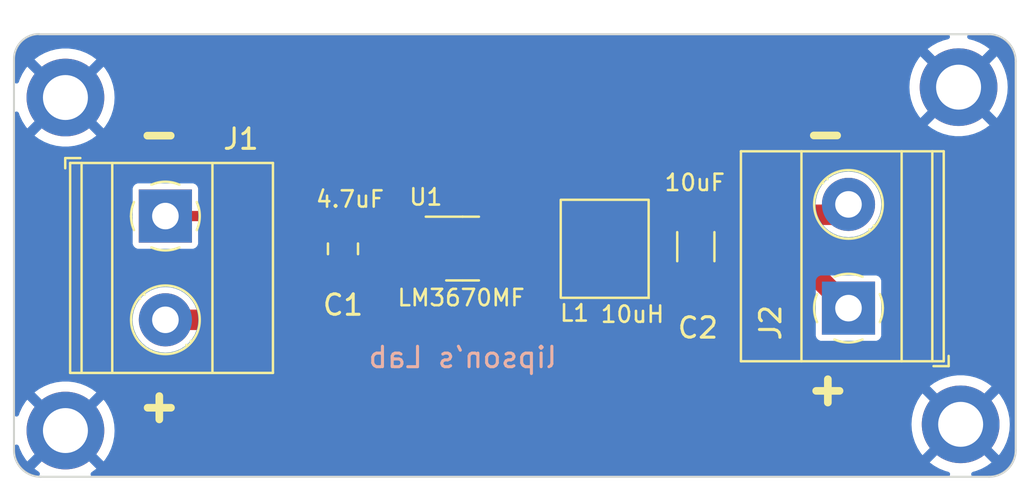
<source format=kicad_pcb>
(kicad_pcb (version 20221018) (generator pcbnew)
  (layers (0 "F.Cu" signal) (31 "B.Cu" signal) (34 "B.Paste" user) (35 "F.Paste" user) (36 "B.SilkS" user "B.Silkscreen") (37 "F.SilkS" user "F.Silkscreen") (38 "B.Mask" user) (39 "F.Mask" user) (44 "Edge.Cuts" user))
  (net 0 "")
  (net 1 "/SW")
  (net 2 "Net-(J1-Pin_2)")
  (net 3 "Net-(J2-Pin_1)")
  (net 4 "Net-(J2-Pin_2)")
  (net 5 "Net-(J1-Pin_1)")
  (net 6 "GND")
  (footprint "TerminalBlock_Phoenix:TerminalBlock_Phoenix_MKDS-1,5-2-5.08_1x02_P5.08mm_Horizontal" (layer "F.Cu") (at 165.354 108.1024 90)
    (fp_text reference "J2" (at -0.7112 -3.81 90) (layer "F.SilkS"))
    (fp_text value "Screw_Terminal_01x02" hide)
    (fp_line (start -2.84 4.16) (end -2.84 4.9) (stroke (width 0.12)) (layer "F.SilkS"))
    (fp_line (start -2.84 4.9) (end -2.34 4.9) (stroke (width 0.12)) (layer "F.SilkS"))
    (fp_line (start -2.6 -5.261) (end -2.6 4.66) (stroke (width 0.12)) (layer "F.SilkS"))
    (fp_line (start -2.6 -5.261) (end 7.68 -5.261) (stroke (width 0.12)) (layer "F.SilkS"))
    (fp_line (start -2.6 -2.301) (end 7.68 -2.301) (stroke (width 0.12)) (layer "F.SilkS"))
    (fp_line (start -2.6 2.6) (end 7.68 2.6) (stroke (width 0.12)) (layer "F.SilkS"))
    (fp_line (start -2.6 4.1) (end 7.68 4.1) (stroke (width 0.12)) (layer "F.SilkS"))
    (fp_line (start -2.6 4.66) (end 7.68 4.66) (stroke (width 0.12)) (layer "F.SilkS"))
    (fp_line (start 3.853 1.023) (end 3.806 1.069) (stroke (width 0.12)) (layer "F.SilkS"))
    (fp_line (start 4.046 1.239) (end 4.011 1.274) (stroke (width 0.12)) (layer "F.SilkS"))
    (fp_line (start 6.15 -1.275) (end 6.115 -1.239) (stroke (width 0.12)) (layer "F.SilkS"))
    (fp_line (start 6.355 -1.069) (end 6.308 -1.023) (stroke (width 0.12)) (layer "F.SilkS"))
    (fp_line (start 7.68 -5.261) (end 7.68 4.66) (stroke (width 0.12)) (layer "F.SilkS"))
    (fp_arc (start -1.535427 0.683042) (mid -1.680501 -0.000524) (end -1.535 -0.684) (stroke (width 0.12)) (layer "F.SilkS"))
    (fp_arc (start -0.683042 -1.535427) (mid 0.000524 -1.680501) (end 0.684 -1.535) (stroke (width 0.12)) (layer "F.SilkS"))
    (fp_arc (start 0.028805 1.680253) (mid -0.335551 1.646659) (end -0.684 1.535) (stroke (width 0.12)) (layer "F.SilkS"))
    (fp_arc (start 0.683318 1.534756) (mid 0.349292 1.643288) (end 0 1.68) (stroke (width 0.12)) (layer "F.SilkS"))
    (fp_arc (start 1.535427 -0.683042) (mid 1.680501 0.000524) (end 1.535 0.684) (stroke (width 0.12)) (layer "F.SilkS"))
    (fp_circle (center 5.08 0) (end 6.76 0) (stroke (width 0.12)) (fill none) (layer "F.SilkS"))
    (pad "1" thru_hole rect (at 0 0 90) (size 2.6 2.6) (drill 1.3) (layers "*.Cu" "*.Mask") (net 3 "Net-(J2-Pin_1)"))
    (pad "2" thru_hole circle (at 5.08 0 90) (size 2.6 2.6) (drill 1.3) (layers "*.Cu" "*.Mask") (net 4 "Net-(J2-Pin_2)"))
  )
  (footprint "MountingHole:MountingHole_2.2mm_M2_DIN965_Pad" (layer "F.Cu") (at 170.7388 97.282)
    (fp_text reference "H3" hide)
    (fp_text value "MountingHole_Pad" hide)
    (pad "1" thru_hole circle (at 0 0) (size 3.8 3.8) (drill 2.2) (layers "*.Cu" "*.Mask") (net 6 "GND"))
  )
  (footprint "Package_TO_SOT_SMD:TSOT-23-5" (layer "F.Cu") (at 146.4778 105.1851)
    (fp_text reference "U1" (at -1.7994 -2.5183) (layer "F.SilkS") (effects (font (size 0.8 0.8) (thickness 0.125))))
    (fp_text value "LM3670MF" (at -0.0722 2.4093) (layer "F.SilkS") (effects (font (size 0.8 0.8) (thickness 0.125))))
    (fp_line (start 0 -1.56) (end -1.8 -1.56) (stroke (width 0.12)) (layer "F.SilkS"))
    (fp_line (start 0 -1.56) (end 0.8 -1.56) (stroke (width 0.12)) (layer "F.SilkS"))
    (fp_line (start 0 1.56) (end -0.8 1.56) (stroke (width 0.12)) (layer "F.SilkS"))
    (fp_line (start 0 1.56) (end 0.8 1.56) (stroke (width 0.12)) (layer "F.SilkS"))
    (pad "1" smd roundrect (at -1.1375 -0.95) (size 1.325 0.6) (layers "F.Cu" "F.Paste" "F.Mask") (net 2 "Net-(J1-Pin_2)"))
    (pad "2" smd roundrect (at -1.1375 0) (size 1.325 0.6) (layers "F.Cu" "F.Paste" "F.Mask") (net 5 "Net-(J1-Pin_1)"))
    (pad "3" smd roundrect (at -1.1375 0.95) (size 1.325 0.6) (layers "F.Cu" "F.Paste" "F.Mask") (net 2 "Net-(J1-Pin_2)"))
    (pad "4" smd roundrect (at 1.1375 0.95) (size 1.325 0.6) (layers "F.Cu" "F.Paste" "F.Mask") (net 3 "Net-(J2-Pin_1)"))
    (pad "5" smd roundrect (at 1.1375 -0.95) (size 1.325 0.6) (layers "F.Cu" "F.Paste" "F.Mask") (net 1 "/SW"))
  )
  (footprint "MountingHole:MountingHole_2.2mm_M2_DIN965_Pad" (layer "F.Cu") (at 127.0508 97.79)
    (fp_text reference "H1" hide)
    (fp_text value "MountingHole_Pad" hide)
    (pad "1" thru_hole circle (at 0 0) (size 3.8 3.8) (drill 2.2) (layers "*.Cu" "*.Mask") (net 6 "GND"))
  )
  (footprint "MountingHole:MountingHole_2.2mm_M2_DIN965_Pad" (layer "F.Cu") (at 170.8404 113.792)
    (fp_text reference "H4" hide)
    (fp_text value "MountingHole_Pad" hide)
    (pad "1" thru_hole circle (at 0 0) (size 3.8 3.8) (drill 2.2) (layers "*.Cu" "*.Mask") (net 6 "GND"))
  )
  (footprint "Capacitor_SMD:C_0805_2012Metric_Pad1.18x1.45mm_HandSolder" (layer "F.Cu") (at 140.6275 105.1984 90)
    (fp_text reference "C1" (at -2.75 0) (layer "F.SilkS"))
    (fp_text value "4.7uF" (at 2.43 0.3425 180) (layer "F.SilkS") (effects (font (size 0.8 0.8) (thickness 0.125))))
    (fp_line (start -0.261252 -0.735) (end 0.261252 -0.735) (stroke (width 0.12)) (layer "F.SilkS"))
    (fp_line (start -0.261252 0.735) (end 0.261252 0.735) (stroke (width 0.12)) (layer "F.SilkS"))
    (pad "1" smd roundrect (at -1.0375 0 90) (size 1.175 1.45) (layers "F.Cu" "F.Paste" "F.Mask") (roundrect_rratio 0.2127659574) (net 2 "Net-(J1-Pin_2)"))
    (pad "2" smd roundrect (at 1.0375 0 90) (size 1.175 1.45) (layers "F.Cu" "F.Paste" "F.Mask") (roundrect_rratio 0.2127659574) (net 5 "Net-(J1-Pin_1)"))
  )
  (footprint "TerminalBlock_Phoenix:TerminalBlock_Phoenix_MKDS-1,5-2-5.08_1x02_P5.08mm_Horizontal" (layer "F.Cu") (at 131.9407 103.5943 -90)
    (fp_text reference "J1" (at -3.7723 -3.6953) (layer "F.SilkS"))
    (fp_text value "Screw_Terminal_01x02" hide)
    (fp_line (start -2.84 4.16) (end -2.84 4.9) (stroke (width 0.12)) (layer "F.SilkS"))
    (fp_line (start -2.84 4.9) (end -2.34 4.9) (stroke (width 0.12)) (layer "F.SilkS"))
    (fp_line (start -2.6 -5.261) (end -2.6 4.66) (stroke (width 0.12)) (layer "F.SilkS"))
    (fp_line (start -2.6 -5.261) (end 7.68 -5.261) (stroke (width 0.12)) (layer "F.SilkS"))
    (fp_line (start -2.6 -2.301) (end 7.68 -2.301) (stroke (width 0.12)) (layer "F.SilkS"))
    (fp_line (start -2.6 2.6) (end 7.68 2.6) (stroke (width 0.12)) (layer "F.SilkS"))
    (fp_line (start -2.6 4.1) (end 7.68 4.1) (stroke (width 0.12)) (layer "F.SilkS"))
    (fp_line (start -2.6 4.66) (end 7.68 4.66) (stroke (width 0.12)) (layer "F.SilkS"))
    (fp_line (start 3.853 1.023) (end 3.806 1.069) (stroke (width 0.12)) (layer "F.SilkS"))
    (fp_line (start 4.046 1.239) (end 4.011 1.274) (stroke (width 0.12)) (layer "F.SilkS"))
    (fp_line (start 6.15 -1.275) (end 6.115 -1.239) (stroke (width 0.12)) (layer "F.SilkS"))
    (fp_line (start 6.355 -1.069) (end 6.308 -1.023) (stroke (width 0.12)) (layer "F.SilkS"))
    (fp_line (start 7.68 -5.261) (end 7.68 4.66) (stroke (width 0.12)) (layer "F.SilkS"))
    (fp_arc (start -1.535427 0.683042) (mid -1.680501 -0.000524) (end -1.535 -0.684) (stroke (width 0.12)) (layer "F.SilkS"))
    (fp_arc (start -0.683042 -1.535427) (mid 0.000524 -1.680501) (end 0.684 -1.535) (stroke (width 0.12)) (layer "F.SilkS"))
    (fp_arc (start 0.028805 1.680253) (mid -0.335551 1.646659) (end -0.684 1.535) (stroke (width 0.12)) (layer "F.SilkS"))
    (fp_arc (start 0.683318 1.534756) (mid 0.349292 1.643288) (end 0 1.68) (stroke (width 0.12)) (layer "F.SilkS"))
    (fp_arc (start 1.535427 -0.683042) (mid 1.680501 0.000524) (end 1.535 0.684) (stroke (width 0.12)) (layer "F.SilkS"))
    (fp_circle (center 5.08 0) (end 6.76 0) (stroke (width 0.12)) (fill none) (layer "F.SilkS"))
    (pad "1" thru_hole rect (at 0 0 270) (size 2.6 2.6) (drill 1.3) (layers "*.Cu" "*.Mask") (net 5 "Net-(J1-Pin_1)"))
    (pad "2" thru_hole circle (at 5.08 0 270) (size 2.6 2.6) (drill 1.3) (layers "*.Cu" "*.Mask") (net 2 "Net-(J1-Pin_2)"))
  )
  (footprint "MountingHole:MountingHole_2.2mm_M2_DIN965_Pad" (layer "F.Cu") (at 127.0508 114.0968)
    (fp_text reference "H2" hide)
    (fp_text value "MountingHole_Pad" hide)
    (pad "1" thru_hole circle (at 0 0) (size 3.8 3.8) (drill 2.2) (layers "*.Cu" "*.Mask") (net 6 "GND"))
  )
  (footprint "Capacitor_SMD:C_1206_3216Metric_Pad1.33x1.80mm_HandSolder" (layer "F.Cu") (at 157.8864 105.0929 90)
    (fp_text reference "C2" (at -3.9747 0.1016 180) (layer "F.SilkS"))
    (fp_text value "10uF" (at 3.1373 -0.0508 180) (layer "F.SilkS") (effects (font (size 0.8 0.8) (thickness 0.125))))
    (fp_line (start -0.711252 -0.91) (end 0.711252 -0.91) (stroke (width 0.12)) (layer "F.SilkS"))
    (fp_line (start -0.711252 0.91) (end 0.711252 0.91) (stroke (width 0.12)) (layer "F.SilkS"))
    (pad "1" smd roundrect (at -1.5625 0 90) (size 1.325 1.8) (layers "F.Cu" "F.Paste" "F.Mask") (roundrect_rratio 0.1886792453) (net 3 "Net-(J2-Pin_1)"))
    (pad "2" smd roundrect (at 1.5625 0 90) (size 1.325 1.8) (layers "F.Cu" "F.Paste" "F.Mask") (roundrect_rratio 0.1886792453) (net 4 "Net-(J2-Pin_2)"))
  )
  (footprint "MyEELibrary:VLCF4024T-100MR90-2" (layer "F.Cu") (at 153.4291 105.1967 180)
    (fp_text reference "L1" (at 1.475 -3.15 unlocked) (layer "F.SilkS") (effects (font (size 0.8 0.8) (thickness 0.125))))
    (fp_text value "10uH" (at -1.3585 -3.2105 unlocked) (layer "F.SilkS") (effects (font (size 0.8 0.8) (thickness 0.125))))
    (fp_rect (start -2.15 -2.4) (end 2.15 2.4) (stroke (width 0.12)) (fill none) (layer "F.SilkS"))
    (pad "1" smd roundrect (at 0 1.45 180) (size 3.9 1.6) (layers "F.Cu" "F.Paste" "F.Mask") (net 1 "/SW"))
    (pad "2" smd roundrect (at 0 -1.45 180) (size 3.9 1.6) (layers "F.Cu" "F.Paste" "F.Mask") (net 3 "Net-(J2-Pin_1)"))
  )
  (gr_arc (start 173.5328 115.052874) (mid 173.150263 115.9764) (end 172.226737 116.358937) (stroke (width 0.1)) (layer "Edge.Cuts"))
  (gr_arc (start 125.840726 116.358937) (mid 124.9172 115.9764) (end 124.534663 115.052874) (stroke (width 0.1)) (layer "Edge.Cuts"))
  (gr_line (start 125.8316 116.358937) (end 172.226737 116.358937) (stroke (width 0.1)) (layer "Edge.Cuts"))
  (gr_arc (start 172.212 94.6912) (mid 173.145947 95.078053) (end 173.5328 96.012) (stroke (width 0.1)) (layer "Edge.Cuts"))
  (gr_line (start 124.534663 115.052874) (end 124.534663 95.9104) (stroke (width 0.1)) (layer "Edge.Cuts"))
  (gr_arc (start 124.534663 95.9104) (mid 124.894431 95.041842) (end 125.762989 94.682074) (stroke (width 0.1)) (layer "Edge.Cuts"))
  (gr_line (start 173.5328 96.012) (end 173.5328 115.052874) (stroke (width 0.1)) (layer "Edge.Cuts"))
  (gr_line (start 125.762989 94.6912) (end 172.212 94.6912) (stroke (width 0.1)) (layer "Edge.Cuts"))
  (gr_text "lipson's Lab" (at 151.1808 111.0996) (layer "B.SilkS") (effects (font (size 1 1)) (justify left bottom mirror)))
  (gr_text "-" (at 130.4544 100.4316) (layer "F.SilkS") (effects (font (size 1.5 1.5) (thickness 0.375) bold) (justify left bottom)))
  (gr_text "+" (at 130.4675 113.7543) (layer "F.SilkS") (effects (font (size 1.5 1.5) (thickness 0.375) bold) (justify left bottom)))
  (gr_text "-" (at 163.053 100.4224) (layer "F.SilkS") (effects (font (size 1.5 1.5) (thickness 0.375) bold) (justify left bottom)))
  (gr_text "+" (at 163.1696 112.9284) (layer "F.SilkS") (effects (font (size 1.5 1.5) (thickness 0.375) bold) (justify left bottom)))
  (segment (start 147.6153 104.2351) (end 152.9407 104.2351) (width 0.7) (layer "F.Cu") (net 1))
  (segment (start 152.9407 104.2351) (end 153.4291 103.7467) (width 0.7) (layer "F.Cu") (net 1))
  (segment (start 146.0028 104.2351) (end 146.5028 104.7351) (width 0.5) (layer "F.Cu") (net 2))
  (segment (start 140.6275 106.2359) (end 145.3395 106.2359) (width 1) (layer "F.Cu") (net 2))
  (segment (start 145.3403 104.2351) (end 146.0028 104.2351) (width 0.5) (layer "F.Cu") (net 2))
  (segment (start 138.1891 108.6743) (end 140.6275 106.2359) (width 1) (layer "F.Cu") (net 2))
  (segment (start 131.9407 108.6743) (end 138.1891 108.6743) (width 1) (layer "F.Cu") (net 2))
  (segment (start 146.0028 106.1351) (end 145.3403 106.1351) (width 0.5) (layer "F.Cu") (net 2))
  (segment (start 146.5028 104.7351) (end 146.5028 105.6351) (width 0.5) (layer "F.Cu") (net 2))
  (segment (start 146.5028 105.6351) (end 146.0028 106.1351) (width 0.5) (layer "F.Cu") (net 2))
  (segment (start 145.3395 106.2359) (end 145.3403 106.2351) (width 1) (layer "F.Cu") (net 2))
  (segment (start 147.6153 106.1351) (end 152.9175 106.1351) (width 1) (layer "F.Cu") (net 3))
  (segment (start 157.8777 106.6467) (end 157.8864 106.6554) (width 1) (layer "F.Cu") (net 3))
  (segment (start 152.9175 106.1351) (end 153.4291 106.6467) (width 1) (layer "F.Cu") (net 3))
  (segment (start 153.4291 106.6467) (end 157.8777 106.6467) (width 1) (layer "F.Cu") (net 3))
  (segment (start 163.907 106.6554) (end 165.354 108.1024) (width 1) (layer "F.Cu") (net 3))
  (segment (start 157.8864 106.6554) (end 163.907 106.6554) (width 1) (layer "F.Cu") (net 3))
  (segment (start 157.8864 103.5304) (end 164.846 103.5304) (width 1) (layer "F.Cu") (net 4))
  (segment (start 164.846 103.5304) (end 165.354 103.0224) (width 1) (layer "F.Cu") (net 4))
  (zone (net 5) (net_name "Net-(J1-Pin_1)") (layer "F.Cu") (connect_pads (clearance 0.3)) (min_thickness 0.25) (fill yes (thermal_gap 0.5) (thermal_bridge_width 0.5))
    (polygon (pts (xy 137.5156 101.6508) (xy 139.192 103.3272) (xy 142.6972 103.3272) (xy 144.1196 104.7496) (xy 146.1008 104.7496) (xy 146.2532 104.902) (xy 146.2532 105.5116) (xy 146.1008 105.664) (xy 142.1892 105.664) (xy 141.5796 105.0544) (xy 138.2776 105.0544) (xy 138.3284 105.1052) (xy 130.7084 105.1052) (xy 130.0988 104.4956) (xy 130.0988 102.0572) (xy 130.5052 101.6508)))
  )
  (zone (net 6) (net_name "GND") (layer "B.Cu") (priority 1) (connect_pads (clearance 0.3)) (min_thickness 0.25) (fill yes (thermal_gap 0.5) (thermal_bridge_width 0.5))
    (polygon (pts (xy 124.46 93.0656) (xy 173.9392 93.0656) (xy 173.9392 117.5512) (xy 123.8504 117.5512) (xy 123.8504 93.726) (xy 124.5616 93.0148) (xy 124.5108 93.0148)))
  )
)
</source>
